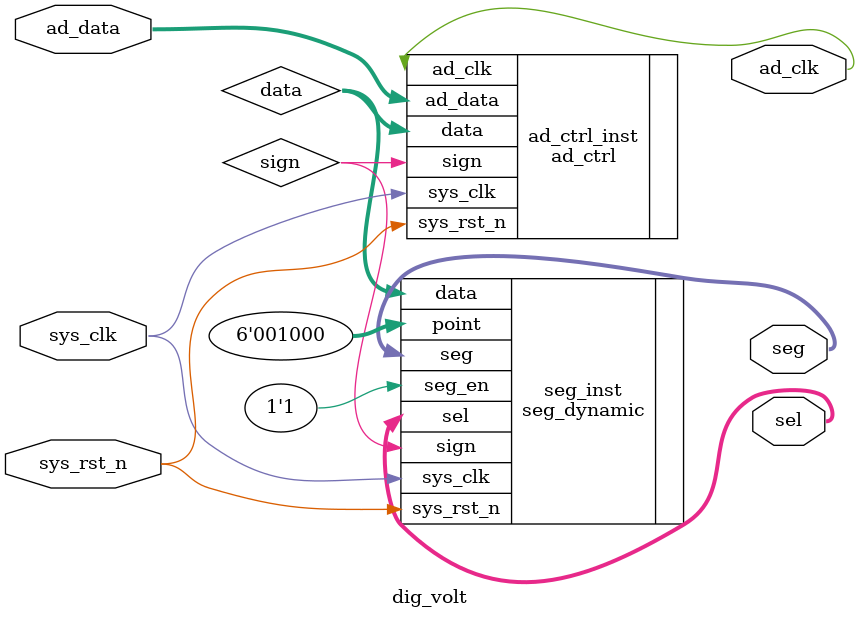
<source format=v>
module dig_volt
(
	input 	wire			sys_clk		,
	input 	wire			sys_rst_n	,
	input 	wire	[7:0]	ad_data		,

	output 	wire			ad_clk		,
	output 	wire	[5:0] 	sel			,
	output	wire	[7:0]	seg	
);

wire	[19:0]		data	;
wire				sign	;



ad_ctrl ad_ctrl_inst
(
	.sys_clk		(sys_clk	),
	.sys_rst_n		(sys_rst_n	),
	.ad_data		(ad_data	),

	.ad_clk			(ad_clk		),
	.sign			(sign		),
	.data           (data       )

);

seg_dynamic
#(
	.CNT_SEG_MAX (16'd49_999)
)
seg_inst
(
	.sys_clk		(sys_clk	),
	.sys_rst_n		(sys_rst_n	),
	.data			(data		),
	.point			(6'b001000	),
	.sign			(sign		),
	.seg_en			(1'b1		),

	.seg 			(seg 		),
	.sel	        (sel	    )
	
);

endmodule
</source>
